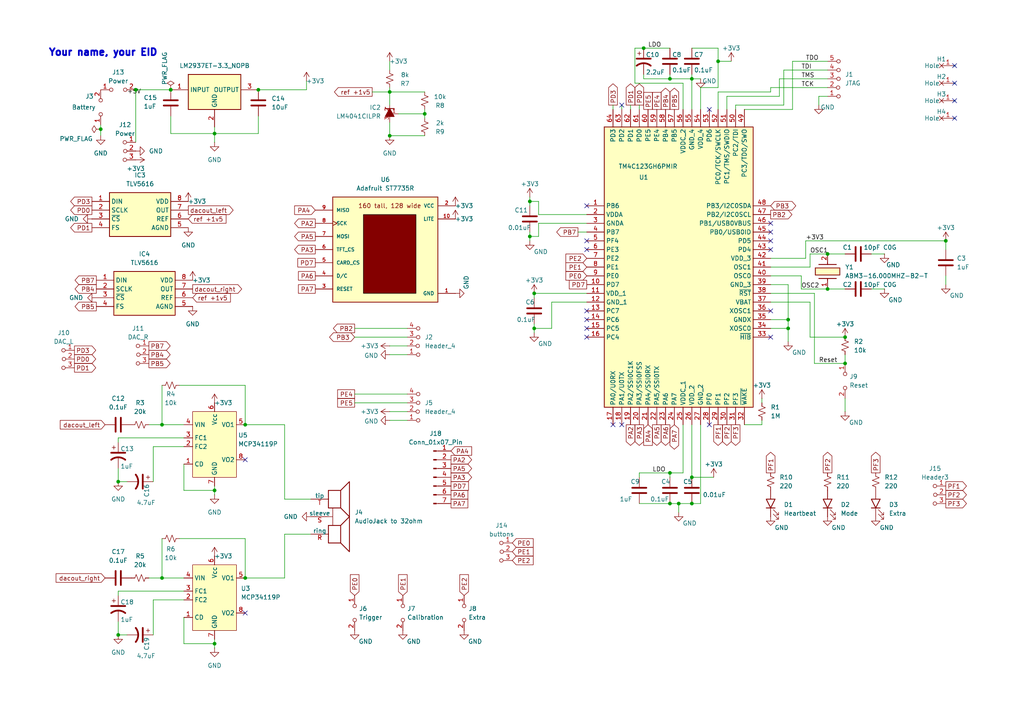
<source format=kicad_sch>
(kicad_sch (version 20231120) (generator "eeschema") (generator_version "8.0")
  (paper "A4")
  (title_block (title "ECE 445L Lab6 Project") (date "2024-02-27") (rev "v1.0.1") (company "The University of Texas at Austin"))
  (junction (at 200.66 22.86))
  (junction (at 274.32 69.85))
  (junction (at 34.29 184.15))
  (junction (at 74.93 26.035))
  (junction (at 62.23 142.24))
  (junction (at 62.23 186.69))
  (junction (at 123.19 33.02))
  (junction (at 62.23 38.735))
  (junction (at 240.03 73.66))
  (junction (at 46.99 123.19))
  (junction (at 196.85 146.05))
  (junction (at 49.5057 26.035))
  (junction (at 186.69 13.97))
  (junction (at 194.31 146.05))
  (junction (at 154.94 95.25))
  (junction (at 71.12 123.19))
  (junction (at 194.31 137.16))
  (junction (at 153.67 58.42))
  (junction (at 113.03 39.37))
  (junction (at 34.29 139.7))
  (junction (at 200.66 138.43))
  (junction (at 228.6 95.25))
  (junction (at 46.99 167.64))
  (junction (at 208.28 17.78))
  (junction (at 228.6 92.71))
  (junction (at 113.03 26.67))
  (junction (at 154.94 85.09))
  (junction (at 245.11 105.41))
  (junction (at 29.21 37.465))
  (junction (at 240.03 83.82))
  (junction (at 245.11 97.79))
  (junction (at 153.67 68.58))
  (junction (at 200.66 146.05))
  (junction (at 71.12 167.64))
  (junction (at 194.31 22.86))
  (junction (at 39.37 26.035))
  (junction (at 49.53 26.035))
  (no_connect (at 223.52 64.77))
  (no_connect (at 205.74 123.19))
  (no_connect (at 71.12 177.8))
  (no_connect (at 223.52 97.79))
  (no_connect (at 71.12 133.35))
  (no_connect (at 170.18 95.25))
  (no_connect (at 205.74 31.75))
  (no_connect (at 180.34 30.48))
  (no_connect (at 276.86 24.13))
  (no_connect (at 170.18 59.69))
  (no_connect (at 170.18 69.85))
  (no_connect (at 180.34 123.19))
  (no_connect (at 276.86 19.05))
  (no_connect (at 276.86 34.29))
  (no_connect (at 170.18 72.39))
  (no_connect (at 223.52 67.31))
  (no_connect (at 170.18 92.71))
  (no_connect (at 170.18 90.17))
  (no_connect (at 276.86 29.21))
  (no_connect (at 223.52 69.85))
  (no_connect (at 223.52 72.39))
  (no_connect (at 223.52 90.17))
  (no_connect (at 170.18 97.79))
  (no_connect (at 177.8 123.19))
  (wire (pts (xy 52.07 111.76) (xy 71.12 111.76)))
  (wire (pts (xy 208.28 13.97) (xy 200.66 13.97)))
  (wire (pts (xy 203.2 25.4) (xy 208.28 25.4)))
  (wire (pts (xy 123.19 33.02) (xy 123.19 34.29)))
  (wire (pts (xy 274.32 80.01) (xy 274.32 82.55)))
  (wire (pts (xy 113.03 121.92) (xy 118.11 121.92)))
  (wire (pts (xy 232.41 83.82) (xy 240.03 83.82)))
  (wire (pts (xy 185.42 137.16) (xy 194.31 137.16)))
  (wire (pts (xy 240.03 83.82) (xy 245.11 83.82)))
  (wire (pts (xy 53.34 179.07) (xy 53.34 186.69)))
  (wire (pts (xy 220.98 115.57) (xy 220.98 116.84)))
  (wire (pts (xy 154.94 93.98) (xy 154.94 95.25)))
  (wire (pts (xy 200.66 123.19) (xy 200.66 138.43)))
  (wire (pts (xy 245.11 115.57) (xy 245.11 119.38)))
  (wire (pts (xy 212.09 17.78) (xy 208.28 17.78)))
  (wire (pts (xy 182.88 30.48) (xy 182.88 31.75)))
  (wire (pts (xy 46.99 156.21) (xy 46.99 167.64)))
  (wire (pts (xy 113.03 102.87) (xy 118.11 102.87)))
  (wire (pts (xy 208.28 17.78) (xy 208.28 25.4)))
  (wire (pts (xy 102.87 95.25) (xy 118.11 95.25)))
  (wire (pts (xy 82.55 144.78) (xy 90.17 144.78)))
  (wire (pts (xy 71.12 167.64) (xy 82.55 167.64)))
  (wire (pts (xy 62.23 186.69) (xy 62.23 185.42)))
  (wire (pts (xy 223.52 80.01) (xy 232.41 80.01)))
  (wire (pts (xy 53.34 127) (xy 34.29 127)))
  (wire (pts (xy 274.32 69.85) (xy 274.32 72.39)))
  (wire (pts (xy 227.33 30.48) (xy 227.33 20.32)))
  (wire (pts (xy 208.28 26.67) (xy 223.52 26.67)))
  (wire (pts (xy 194.31 146.05) (xy 196.85 146.05)))
  (wire (pts (xy 203.2 123.19) (xy 203.2 146.05)))
  (wire (pts (xy 62.23 142.24) (xy 62.23 140.97)))
  (wire (pts (xy 194.31 22.86) (xy 200.66 22.86)))
  (wire (pts (xy 102.87 116.84) (xy 118.11 116.84)))
  (wire (pts (xy 200.66 146.05) (xy 196.85 146.05)))
  (wire (pts (xy 53.34 134.62) (xy 53.34 142.24)))
  (wire (pts (xy 62.23 36.83) (xy 62.23 38.735)))
  (wire (pts (xy 203.2 146.05) (xy 200.66 146.05)))
  (wire (pts (xy 229.87 31.75) (xy 229.87 17.78)))
  (wire (pts (xy 194.31 137.16) (xy 194.31 138.43)))
  (wire (pts (xy 49.53 33.655) (xy 49.53 38.735)))
  (wire (pts (xy 200.66 22.86) (xy 200.66 31.75)))
  (wire (pts (xy 29.21 37.465) (xy 29.21 39.37)))
  (wire (pts (xy 160.02 87.63) (xy 160.02 95.25)))
  (wire (pts (xy 53.34 171.45) (xy 34.29 171.45)))
  (wire (pts (xy 196.85 146.05) (xy 196.85 148.59)))
  (wire (pts (xy 39.37 26.035) (xy 49.5057 26.035)))
  (wire (pts (xy 49.5057 26.035) (xy 49.53 26.035)))
  (wire (pts (xy 233.68 69.85) (xy 274.32 69.85)))
  (wire (pts (xy 228.6 95.25) (xy 228.6 99.06)))
  (wire (pts (xy 88.9 26.035) (xy 74.93 26.035)))
  (wire (pts (xy 252.73 73.66) (xy 256.54 73.66)))
  (wire (pts (xy 223.52 74.93) (xy 233.68 74.93)))
  (wire (pts (xy 62.23 187.96) (xy 62.23 186.69)))
  (wire (pts (xy 208.28 13.97) (xy 208.28 17.78)))
  (wire (pts (xy 200.66 21.59) (xy 200.66 22.86)))
  (wire (pts (xy 234.95 73.66) (xy 240.03 73.66)))
  (wire (pts (xy 226.06 27.94) (xy 226.06 22.86)))
  (wire (pts (xy 82.55 123.19) (xy 82.55 144.78)))
  (wire (pts (xy 198.12 123.19) (xy 198.12 137.16)))
  (wire (pts (xy 223.52 77.47) (xy 234.95 77.47)))
  (wire (pts (xy 177.8 30.48) (xy 177.8 31.75)))
  (wire (pts (xy 186.69 13.97) (xy 194.31 13.97)))
  (wire (pts (xy 113.03 26.67) (xy 123.19 26.67)))
  (wire (pts (xy 39.37 26.035) (xy 39.37 41.275)))
  (wire (pts (xy 44.45 139.7) (xy 44.45 129.54)))
  (wire (pts (xy 154.94 85.09) (xy 154.94 86.36)))
  (wire (pts (xy 198.12 137.16) (xy 194.31 137.16)))
  (wire (pts (xy 43.18 167.64) (xy 46.99 167.64)))
  (wire (pts (xy 234.95 97.79) (xy 245.11 97.79)))
  (wire (pts (xy 102.87 114.3) (xy 118.11 114.3)))
  (wire (pts (xy 82.55 154.94) (xy 90.17 154.94)))
  (wire (pts (xy 167.64 67.31) (xy 170.18 67.31)))
  (wire (pts (xy 34.29 139.7) (xy 36.83 139.7)))
  (wire (pts (xy 223.52 85.09) (xy 236.22 85.09)))
  (wire (pts (xy 29.21 36.195) (xy 29.21 37.465)))
  (wire (pts (xy 53.34 186.69) (xy 62.23 186.69)))
  (wire (pts (xy 153.67 58.42) (xy 156.21 58.42)))
  (wire (pts (xy 34.29 135.89) (xy 34.29 139.7)))
  (wire (pts (xy 223.52 26.67) (xy 223.52 25.4)))
  (wire (pts (xy 223.52 87.63) (xy 234.95 87.63)))
  (wire (pts (xy 170.18 87.63) (xy 160.02 87.63)))
  (wire (pts (xy 113.03 35.56) (xy 113.03 39.37)))
  (wire (pts (xy 156.21 64.77) (xy 156.21 68.58)))
  (wire (pts (xy 160.02 95.25) (xy 154.94 95.25)))
  (wire (pts (xy 123.19 31.75) (xy 123.19 33.02)))
  (wire (pts (xy 62.23 38.735) (xy 74.93 38.735)))
  (wire (pts (xy 71.12 123.19) (xy 82.55 123.19)))
  (wire (pts (xy 62.23 143.51) (xy 62.23 142.24)))
  (wire (pts (xy 113.03 17.78) (xy 113.03 20.32)))
  (wire (pts (xy 198.12 31.75) (xy 198.12 24.13)))
  (wire (pts (xy 71.12 156.21) (xy 71.12 167.64)))
  (wire (pts (xy 156.21 68.58) (xy 153.67 68.58)))
  (wire (pts (xy 184.15 24.13) (xy 184.15 13.97)))
  (wire (pts (xy 210.82 31.75) (xy 210.82 27.94)))
  (wire (pts (xy 53.34 142.24) (xy 62.23 142.24)))
  (wire (pts (xy 46.99 167.64) (xy 53.34 167.64)))
  (wire (pts (xy 170.18 64.77) (xy 156.21 64.77)))
  (wire (pts (xy 215.9 31.75) (xy 229.87 31.75)))
  (wire (pts (xy 228.6 92.71) (xy 228.6 95.25)))
  (wire (pts (xy 113.03 26.67) (xy 113.03 30.48)))
  (wire (pts (xy 34.29 127) (xy 34.29 128.27)))
  (wire (pts (xy 194.31 21.59) (xy 194.31 22.86)))
  (wire (pts (xy 233.68 74.93) (xy 233.68 69.85)))
  (wire (pts (xy 49.53 38.735) (xy 62.23 38.735)))
  (wire (pts (xy 223.52 92.71) (xy 228.6 92.71)))
  (wire (pts (xy 156.21 62.23) (xy 170.18 62.23)))
  (wire (pts (xy 153.67 68.58) (xy 153.67 69.85)))
  (wire (pts (xy 113.03 25.4) (xy 113.03 26.67)))
  (wire (pts (xy 34.29 184.15) (xy 36.83 184.15)))
  (wire (pts (xy 184.15 13.97) (xy 186.69 13.97)))
  (wire (pts (xy 213.36 31.75) (xy 213.36 30.48)))
  (wire (pts (xy 46.99 123.19) (xy 53.34 123.19)))
  (wire (pts (xy 228.6 82.55) (xy 228.6 92.71)))
  (wire (pts (xy 200.66 22.86) (xy 203.2 22.86)))
  (wire (pts (xy 208.28 31.75) (xy 208.28 26.67)))
  (wire (pts (xy 82.55 167.64) (xy 82.55 154.94)))
  (wire (pts (xy 223.52 95.25) (xy 228.6 95.25)))
  (wire (pts (xy 113.03 119.38) (xy 118.11 119.38)))
  (wire (pts (xy 213.36 30.48) (xy 227.33 30.48)))
  (wire (pts (xy 215.9 123.19) (xy 220.98 123.19)))
  (wire (pts (xy 229.87 17.78) (xy 240.03 17.78)))
  (wire (pts (xy 62.23 41.275) (xy 62.23 38.735)))
  (wire (pts (xy 220.98 123.19) (xy 220.98 121.92)))
  (wire (pts (xy 74.93 38.735) (xy 74.93 33.655)))
  (wire (pts (xy 180.34 30.48) (xy 180.34 31.75)))
  (wire (pts (xy 115.57 33.02) (xy 123.19 33.02)))
  (wire (pts (xy 107.95 26.67) (xy 113.03 26.67)))
  (wire (pts (xy 203.2 31.75) (xy 203.2 25.4)))
  (wire (pts (xy 153.67 58.42) (xy 153.67 59.69)))
  (wire (pts (xy 245.11 102.87) (xy 245.11 105.41)))
  (wire (pts (xy 198.12 24.13) (xy 184.15 24.13)))
  (wire (pts (xy 186.69 22.86) (xy 194.31 22.86)))
  (wire (pts (xy 153.67 67.31) (xy 153.67 68.58)))
  (wire (pts (xy 234.95 87.63) (xy 234.95 97.79)))
  (wire (pts (xy 154.94 95.25) (xy 154.94 96.52)))
  (wire (pts (xy 185.42 30.48) (xy 185.42 31.75)))
  (wire (pts (xy 240.03 73.66) (xy 245.11 73.66)))
  (wire (pts (xy 88.9 23.495) (xy 88.9 26.035)))
  (wire (pts (xy 227.33 20.32) (xy 240.03 20.32)))
  (wire (pts (xy 153.67 57.15) (xy 153.67 58.42)))
  (wire (pts (xy 240.03 27.94) (xy 237.49 27.94)))
  (wire (pts (xy 185.42 138.43) (xy 185.42 137.16)))
  (wire (pts (xy 44.45 184.15) (xy 44.45 173.99)))
  (wire (pts (xy 236.22 85.09) (xy 236.22 105.41)))
  (wire (pts (xy 170.18 85.09) (xy 154.94 85.09)))
  (wire (pts (xy 52.07 156.21) (xy 71.12 156.21)))
  (wire (pts (xy 200.66 138.43) (xy 207.01 138.43)))
  (wire (pts (xy 156.21 62.23) (xy 156.21 58.42)))
  (wire (pts (xy 34.29 180.34) (xy 34.29 184.15)))
  (wire (pts (xy 234.95 77.47) (xy 234.95 73.66)))
  (wire (pts (xy 232.41 80.01) (xy 232.41 83.82)))
  (wire (pts (xy 210.82 27.94) (xy 226.06 27.94)))
  (wire (pts (xy 34.29 171.45) (xy 34.29 172.72)))
  (wire (pts (xy 226.06 22.86) (xy 240.03 22.86)))
  (wire (pts (xy 223.52 82.55) (xy 228.6 82.55)))
  (wire (pts (xy 44.45 173.99) (xy 53.34 173.99)))
  (wire (pts (xy 46.99 111.76) (xy 46.99 123.19)))
  (wire (pts (xy 71.12 111.76) (xy 71.12 123.19)))
  (wire (pts (xy 113.03 39.37) (xy 123.19 39.37)))
  (wire (pts (xy 102.87 97.79) (xy 118.11 97.79)))
  (wire (pts (xy 185.42 146.05) (xy 194.31 146.05)))
  (wire (pts (xy 43.18 123.19) (xy 46.99 123.19)))
  (wire (pts (xy 113.03 100.33) (xy 118.11 100.33)))
  (wire (pts (xy 44.45 129.54) (xy 53.34 129.54)))
  (wire (pts (xy 252.73 83.82) (xy 256.54 83.82)))
  (wire (pts (xy 186.69 21.59) (xy 186.69 22.86)))
  (wire (pts (xy 236.22 105.41) (xy 245.11 105.41)))
  (wire (pts (xy 237.49 27.94) (xy 237.49 30.48)))
  (wire (pts (xy 223.52 25.4) (xy 240.03 25.4)))
  (text "Your name, your EID" (at 13.97 16.51 0) (effects (font (size 2 2) (thickness 0.6) (bold yes)) (justify left bottom)))
  (label "OSC2" (at 232.41 83.82 0))
  (label "TCK" (at 232.41 25.4 0))
  (label "+5V" (at 40.932 26.035 180))
  (label "TDI" (at 232.41 20.32 0))
  (label "LDO" (at 189.23 137.16 0))
  (label "TDO" (at 233.68 17.78 0))
  (label "TMS" (at 232.41 22.86 0))
  (label "LDO" (at 187.96 13.97 0))
  (label "OSC1" (at 234.95 73.66 0))
  (label "Reset" (at 237.49 105.41 0))
  (label "+3V3" (at 233.68 69.85 0))
  (global_label "dacout_left" (shape output) (at 54.61 60.96 0) (property "Intersheetrefs" "${INTERSHEET_REFS}" (effects (hide yes))))
  (global_label "PA3" (shape output) (at 91.44 72.39 180) (property "Intersheetrefs" "${INTERSHEET_REFS}" (effects (hide yes))))
  (global_label "PA7" (shape bidirectional) (at 195.58 123.19 270) (property "Intersheetrefs" "${INTERSHEET_REFS}" (effects (hide yes))))
  (global_label "PE0" (shape input) (at 102.87 172.72 90) (property "Intersheetrefs" "${INTERSHEET_REFS}" (effects (hide yes))))
  (global_label "PD0" (shape output) (at 21.59 104.14 0) (property "Intersheetrefs" "${INTERSHEET_REFS}" (effects (hide yes))))
  (global_label "PB7" (shape output) (at 43.18 100.33 0) (property "Intersheetrefs" "${INTERSHEET_REFS}" (effects (hide yes))))
  (global_label "PA4" (shape input) (at 187.96 123.19 270) (property "Intersheetrefs" "${INTERSHEET_REFS}" (effects (hide yes))))
  (global_label "PF1" (shape output) (at 208.28 123.19 270) (property "Intersheetrefs" "${INTERSHEET_REFS}" (effects (hide yes))))
  (global_label "PD3" (shape output) (at 177.8 30.48 90) (property "Intersheetrefs" "${INTERSHEET_REFS}" (effects (hide yes))))
  (global_label "PA5" (shape output) (at 130.81 135.89 0) (property "Intersheetrefs" "${INTERSHEET_REFS}" (effects (hide yes))))
  (global_label "ref +1v5" (shape input) (at 55.88 86.36 0) (property "Intersheetrefs" "${INTERSHEET_REFS}" (effects (hide yes))))
  (global_label "PF3" (shape output) (at 254 137.16 90) (property "Intersheetrefs" "${INTERSHEET_REFS}" (effects (hide yes))))
  (global_label "PA6" (shape passive) (at 91.44 80.01 180) (property "Intersheetrefs" "${INTERSHEET_REFS}" (effects (hide yes))))
  (global_label "PD1" (shape output) (at 21.59 106.68 0) (property "Intersheetrefs" "${INTERSHEET_REFS}" (effects (hide yes))))
  (global_label "PE1" (shape input) (at 116.84 172.72 90) (property "Intersheetrefs" "${INTERSHEET_REFS}" (effects (hide yes))))
  (global_label "PE5" (shape passive) (at 187.96 31.75 90) (property "Intersheetrefs" "${INTERSHEET_REFS}" (effects (hide yes))))
  (global_label "dacout_left" (shape input) (at 30.48 123.19 180) (property "Intersheetrefs" "${INTERSHEET_REFS}" (effects (hide yes))))
  (global_label "PB5" (shape output) (at 27.94 88.9 180) (property "Intersheetrefs" "${INTERSHEET_REFS}" (effects (hide yes))))
  (global_label "PB4" (shape output) (at 193.04 31.75 90) (property "Intersheetrefs" "${INTERSHEET_REFS}" (effects (hide yes))))
  (global_label "PA3" (shape output) (at 185.42 123.19 270) (property "Intersheetrefs" "${INTERSHEET_REFS}" (effects (hide yes))))
  (global_label "PA2" (shape output) (at 182.88 123.19 270) (property "Intersheetrefs" "${INTERSHEET_REFS}" (effects (hide yes))))
  (global_label "PB2" (shape output) (at 223.52 62.23 0) (property "Intersheetrefs" "${INTERSHEET_REFS}" (effects (hide yes))))
  (global_label "PF1" (shape output) (at 274.32 140.97 0) (property "Intersheetrefs" "${INTERSHEET_REFS}" (effects (hide yes))))
  (global_label "PB5" (shape output) (at 195.58 31.75 90) (property "Intersheetrefs" "${INTERSHEET_REFS}" (effects (hide yes))))
  (global_label "PB4" (shape output) (at 43.18 102.87 0) (property "Intersheetrefs" "${INTERSHEET_REFS}" (effects (hide yes))))
  (global_label "PB5" (shape output) (at 43.18 105.41 0) (property "Intersheetrefs" "${INTERSHEET_REFS}" (effects (hide yes))))
  (global_label "PA7" (shape passive) (at 130.81 146.05 0) (property "Intersheetrefs" "${INTERSHEET_REFS}" (effects (hide yes))))
  (global_label "PB3" (shape bidirectional) (at 102.87 97.79 180) (property "Intersheetrefs" "${INTERSHEET_REFS}" (effects (hide yes))))
  (global_label "PF3" (shape output) (at 274.32 146.05 0) (property "Intersheetrefs" "${INTERSHEET_REFS}" (effects (hide yes))))
  (global_label "PD0" (shape output) (at 185.42 30.48 90) (property "Intersheetrefs" "${INTERSHEET_REFS}" (effects (hide yes))))
  (global_label "PD0" (shape output) (at 26.67 60.96 180) (property "Intersheetrefs" "${INTERSHEET_REFS}" (effects (hide yes))))
  (global_label "PA5" (shape output) (at 91.44 68.58 180) (property "Intersheetrefs" "${INTERSHEET_REFS}" (effects (hide yes))))
  (global_label "PE1" (shape input) (at 148.59 160.02 0) (property "Intersheetrefs" "${INTERSHEET_REFS}" (effects (hide yes))))
  (global_label "PD7" (shape passive) (at 130.81 140.97 0) (property "Intersheetrefs" "${INTERSHEET_REFS}" (effects (hide yes))))
  (global_label "PB2" (shape output) (at 102.87 95.25 180) (property "Intersheetrefs" "${INTERSHEET_REFS}" (effects (hide yes))))
  (global_label "PA6" (shape output) (at 193.04 123.19 270) (property "Intersheetrefs" "${INTERSHEET_REFS}" (effects (hide yes))))
  (global_label "PE4" (shape passive) (at 102.87 114.3 180) (property "Intersheetrefs" "${INTERSHEET_REFS}" (effects (hide yes))))
  (global_label "PD1" (shape output) (at 182.88 30.48 90) (property "Intersheetrefs" "${INTERSHEET_REFS}" (effects (hide yes))))
  (global_label "PA6" (shape passive) (at 130.81 143.51 0) (property "Intersheetrefs" "${INTERSHEET_REFS}" (effects (hide yes))))
  (global_label "PA4" (shape input) (at 91.44 60.96 180) (property "Intersheetrefs" "${INTERSHEET_REFS}" (effects (hide yes))))
  (global_label "PF3" (shape output) (at 213.36 123.19 270) (property "Intersheetrefs" "${INTERSHEET_REFS}" (effects (hide yes))))
  (global_label "PE5" (shape passive) (at 102.87 116.84 180) (property "Intersheetrefs" "${INTERSHEET_REFS}" (effects (hide yes))))
  (global_label "PE0" (shape input) (at 170.18 80.01 180) (property "Intersheetrefs" "${INTERSHEET_REFS}" (effects (hide yes))))
  (global_label "PF2" (shape output) (at 274.32 143.51 0) (property "Intersheetrefs" "${INTERSHEET_REFS}" (effects (hide yes))))
  (global_label "PB3" (shape bidirectional) (at 223.52 59.69 0) (property "Intersheetrefs" "${INTERSHEET_REFS}" (effects (hide yes))))
  (global_label "PB4" (shape output) (at 27.94 83.82 180) (property "Intersheetrefs" "${INTERSHEET_REFS}" (effects (hide yes))))
  (global_label "dacout_right" (shape input) (at 30.48 167.64 180) (property "Intersheetrefs" "${INTERSHEET_REFS}" (effects (hide yes))))
  (global_label "PD7" (shape passive) (at 170.18 82.55 180) (property "Intersheetrefs" "${INTERSHEET_REFS}" (effects (hide yes))))
  (global_label "PD3" (shape output) (at 21.59 101.6 0) (property "Intersheetrefs" "${INTERSHEET_REFS}" (effects (hide yes))))
  (global_label "PF2" (shape output) (at 240.03 137.16 90) (property "Intersheetrefs" "${INTERSHEET_REFS}" (effects (hide yes))))
  (global_label "PE2" (shape input) (at 148.59 162.56 0) (property "Intersheetrefs" "${INTERSHEET_REFS}" (effects (hide yes))))
  (global_label "PE1" (shape input) (at 170.18 77.47 180) (property "Intersheetrefs" "${INTERSHEET_REFS}" (effects (hide yes))))
  (global_label "PB7" (shape output) (at 167.64 67.31 180) (property "Intersheetrefs" "${INTERSHEET_REFS}" (effects (hide yes))))
  (global_label "PA3" (shape output) (at 130.81 138.43 0) (property "Intersheetrefs" "${INTERSHEET_REFS}" (effects (hide yes))))
  (global_label "PA7" (shape passive) (at 91.44 83.82 180) (property "Intersheetrefs" "${INTERSHEET_REFS}" (effects (hide yes))))
  (global_label "PF1" (shape output) (at 223.52 137.16 90) (property "Intersheetrefs" "${INTERSHEET_REFS}" (effects (hide yes))))
  (global_label "PD7" (shape passive) (at 91.44 76.2 180) (property "Intersheetrefs" "${INTERSHEET_REFS}" (effects (hide yes))))
  (global_label "PE4" (shape passive) (at 190.5 31.75 90) (property "Intersheetrefs" "${INTERSHEET_REFS}" (effects (hide yes))))
  (global_label "PB7" (shape output) (at 27.94 81.28 180) (property "Intersheetrefs" "${INTERSHEET_REFS}" (effects (hide yes))))
  (global_label "PE2" (shape input) (at 170.18 74.93 180) (property "Intersheetrefs" "${INTERSHEET_REFS}" (effects (hide yes))))
  (global_label "PA2" (shape output) (at 91.44 64.77 180) (property "Intersheetrefs" "${INTERSHEET_REFS}" (effects (hide yes))))
  (global_label "PE2" (shape input) (at 134.62 172.72 90) (property "Intersheetrefs" "${INTERSHEET_REFS}" (effects (hide yes))))
  (global_label "PA5" (shape output) (at 190.5 123.19 270) (property "Intersheetrefs" "${INTERSHEET_REFS}" (effects (hide yes))))
  (global_label "PE0" (shape input) (at 148.59 157.48 0) (property "Intersheetrefs" "${INTERSHEET_REFS}" (effects (hide yes))))
  (global_label "ref +1v5" (shape input) (at 54.61 63.5 0) (property "Intersheetrefs" "${INTERSHEET_REFS}" (effects (hide yes))))
  (global_label "PF2" (shape output) (at 210.82 123.19 270) (property "Intersheetrefs" "${INTERSHEET_REFS}" (effects (hide yes))))
  (global_label "PA4" (shape input) (at 130.81 130.81 0) (property "Intersheetrefs" "${INTERSHEET_REFS}" (effects (hide yes))))
  (global_label "ref +1v5" (shape output) (at 107.95 26.67 180) (property "Intersheetrefs" "${INTERSHEET_REFS}" (effects (hide yes))))
  (global_label "PD3" (shape output) (at 26.67 58.42 180) (property "Intersheetrefs" "${INTERSHEET_REFS}" (effects (hide yes))))
  (global_label "PA2" (shape output) (at 130.81 133.35 0) (property "Intersheetrefs" "${INTERSHEET_REFS}" (effects (hide yes))))
  (global_label "dacout_right" (shape output) (at 55.88 83.82 0) (property "Intersheetrefs" "${INTERSHEET_REFS}" (effects (hide yes))))
  (global_label "PD1" (shape output) (at 26.67 66.04 180) (property "Intersheetrefs" "${INTERSHEET_REFS}" (effects (hide yes))))
  (symbol (lib_id "power:GND") (at 203.2 22.86 0) (unit 1)
    (property "Reference" "#PWR015" (effects (hide yes)))
    (property "Value" "GND" (at 205.74 23.495 0))
    (property "Description" "Power symbol creates a global label with name \"GND\" , ground" (effects (hide yes)))
  )
  (symbol (lib_id "ECE445L:C") (at 154.94 90.17 0) (unit 1)
    (property "Reference" "C6" (at 152.4 87.63 0) (effects (justify left)))
    (property "Value" "0.1uF" (at 149.86 92.71 0) (effects (justify left)))
    (property "Footprint" "ECE445L:C_Axial_200mil" (effects (hide yes)))
    (property "Description" "Unpolarized capacitor" (effects (hide yes)))
  )
  (symbol (lib_id "power:GND") (at 196.85 148.59 0) (unit 1)
    (property "Reference" "#PWR012" (effects (hide yes)))
    (property "Value" "GND" (at 200.025 151.765 0))
    (property "Description" "Power symbol creates a global label with name \"GND\" , ground" (effects (hide yes)))
  )
  (symbol (lib_id "ECE445L:C") (at 200.66 17.78 0) (unit 1)
    (property "Reference" "C7" (at 201.295 15.875 0) (effects (justify left)))
    (property "Value" "0.1uF" (at 201.295 20.32 0) (effects (justify left)))
    (property "Footprint" "ECE445L:C_Axial_200mil" (effects (hide yes)))
    (property "Description" "Unpolarized capacitor" (effects (hide yes)))
  )
  (symbol (lib_id "power:GND") (at 113.03 102.87 270) (unit 1)
    (property "Reference" "#PWR043" (effects (hide yes)))
    (property "Value" "GND" (at 107.696 103.124 90))
    (property "Description" "Power symbol creates a global label with name \"GND\" , ground" (effects (hide yes)))
  )
  (symbol (lib_id "ECE445L:R_0.125W") (at 245.11 100.33 0) (unit 1)
    (property "Reference" "R2" (at 247.65 99.06 0) (effects (justify left)))
    (property "Value" "10k" (at 247.65 101.6 0) (effects (justify left)))
    (property "Footprint" "Resistor_THT:R_Axial_DIN0204_L3.6mm_D1.6mm_P5.08mm_Horizontal" (effects (hide yes)))
    (property "Datasheet" "https://users.ece.utexas.edu/~valvano/mspm0/CarbonFilmresistors.pdf" (effects (hide yes)))
    (property "Description" "Resistor, small US symbol" (effects (hide yes)))
  )
  (symbol (lib_id "ECE445L:C_Polarized") (at 34.29 176.53 0) (unit 1)
    (property "Reference" "C18" (at 34.925 174.625 0) (effects (justify left)))
    (property "Value" "1uF" (at 34.925 179.705 0) (effects (justify left)))
    (property "Footprint" "ECE445L:C_Axial_200mil" (effects (hide yes)))
    (property "Description" "Polarized capacitor, US symbol" (effects (hide yes)))
  )
  (symbol (lib_id "power:GND") (at 55.88 88.9 0) (unit 1)
    (property "Reference" "#PWR022" (effects (hide yes)))
    (property "Value" "GND" (at 55.88 93.98 0))
    (property "Description" "Power symbol creates a global label with name \"GND\" , ground" (effects (hide yes)))
  )
  (symbol (lib_id "ECE445L:HeadphoneJack") (at 97.79 143.51 0) (unit 1)
    (property "Reference" "J4" (at 102.87 148.5899 0) (effects (justify left)))
    (property "Value" "AudioJack to 32ohm" (at 102.87 151.1299 0) (effects (justify left)))
    (property "Footprint" "ECE445L:Jack_3.5mm_CUI_SJ1-3523N_Horizontal" (effects (hide yes)))
    (property "Description" "Speaker" (effects (hide yes)))
  )
  (symbol (lib_id "ECE445L:Header_2") (at 245.11 110.49 270) (unit 1)
    (property "Reference" "J9" (at 246.38 109.2199 90) (effects (justify left)))
    (property "Value" "Reset" (at 246.38 111.7599 90) (effects (justify left)))
    (property "Footprint" "ECE445L:PinHeader_1x02_P2.54mm_Vertical" (effects (hide yes)))
    (property "Description" "Header, 2-pole" (effects (hide yes)))
  )
  (symbol (lib_id "power:+3V3") (at 220.98 115.57 0) (unit 1)
    (property "Reference" "#PWR03" (effects (hide yes)))
    (property "Value" "+3V3" (at 220.98 111.76 0))
    (property "Description" "Power symbol creates a global label with name \"+3V3\"" (effects (hide yes)))
  )
  (symbol (lib_id "ECE445L:Header_3") (at 34.29 43.815 0) (unit 1)
    (property "Reference" "J12" (at 36.2585 36.195 0))
    (property "Value" "Power" (at 36.2585 38.735 0))
    (property "Footprint" "ECE445L:PinHeader_1x03_P2.54mm_Vertical" (effects (hide yes)))
    (property "Description" "Header, 3-pin" (effects (hide yes)))
  )
  (symbol (lib_id "ECE445L:C") (at 49.53 29.845 0) (unit 1)
    (property "Reference" "C15" (at 41.656 28.321 0) (effects (justify left)))
    (property "Value" "1uF" (at 41.656 30.861 0) (effects (justify left)))
    (property "Footprint" "ECE445L:C_Axial_200mil" (effects (hide yes)))
    (property "Description" "Unpolarized capacitor" (effects (hide yes)))
  )
  (symbol (lib_id "ECE445L:LED") (at 255.27 146.05 0) (unit 1)
    (property "Reference" "D3" (at 257.81 146.3674 0) (effects (justify left)))
    (property "Value" "Extra" (at 257.81 148.9074 0) (effects (justify left)))
    (property "Footprint" "ECE445L:LED_D5.0mm" (effects (hide yes)))
    (property "Datasheet" "https://users.ece.utexas.edu/~valvano/mspm0/HLMP-4700.pdf" (effects (hide yes)))
    (property "Description" "Light emitting diode" (effects (hide yes)))
  )
  (symbol (lib_id "ECE445L:R_0.125W") (at 40.64 123.19 90) (unit 1)
    (property "Reference" "R3" (at 40.64 116.84 90))
    (property "Value" "20k" (at 40.64 119.38 90))
    (property "Footprint" "Resistor_THT:R_Axial_DIN0204_L3.6mm_D1.6mm_P5.08mm_Horizontal" (effects (hide yes)))
    (property "Datasheet" "https://users.ece.utexas.edu/~valvano/mspm0/CarbonFilmresistors.pdf" (effects (hide yes)))
    (property "Description" "Resistor, small US symbol" (effects (hide yes)))
  )
  (symbol (lib_id "ECE445L:C") (at 185.42 142.24 0) (unit 1)
    (property "Reference" "C9" (at 182.88 139.7 0) (effects (justify left)))
    (property "Value" "1uF" (at 179.705 144.78 0) (effects (justify left)))
    (property "Footprint" "ECE445L:C_Axial_200mil" (effects (hide yes)))
    (property "Description" "Unpolarized capacitor" (effects (hide yes)))
  )
  (symbol (lib_id "power:GND") (at 116.84 182.88 0) (unit 1)
    (property "Reference" "#PWR026" (effects (hide yes)))
    (property "Value" "GND" (at 120.015 186.055 0))
    (property "Description" "Power symbol creates a global label with name \"GND\" , ground" (effects (hide yes)))
  )
  (symbol (lib_id "power:+3V3") (at 245.11 97.79 0) (unit 1)
    (property "Reference" "#PWR05" (effects (hide yes)))
    (property "Value" "+3V3" (at 245.11 93.98 0))
    (property "Description" "Power symbol creates a global label with name \"+3V3\"" (effects (hide yes)))
  )
  (symbol (lib_id "power:GND") (at 256.54 73.66 0) (unit 1)
    (property "Reference" "#PWR02" (effects (hide yes)))
    (property "Value" "GND" (at 259.08 76.835 0))
    (property "Description" "Power symbol creates a global label with name \"GND\" , ground" (effects (hide yes)))
  )
  (symbol (lib_id "ECE445L:C") (at 153.67 63.5 0) (unit 1)
    (property "Reference" "C11" (at 149.225 60.96 0) (effects (justify left)))
    (property "Value" "0.01uF" (at 147.32 66.04 0) (effects (justify left)))
    (property "Footprint" "ECE445L:C_Axial_200mil" (effects (hide yes)))
    (property "Description" "Unpolarized capacitor" (effects (hide yes)))
  )
  (symbol (lib_id "power:GND") (at 245.11 119.38 0) (unit 1)
    (property "Reference" "#PWR04" (effects (hide yes)))
    (property "Value" "GND" (at 248.285 122.555 0))
    (property "Description" "Power symbol creates a global label with name \"GND\" , ground" (effects (hide yes)))
  )
  (symbol (lib_id "ECE445L:LM4041CILPR") (at 113.03 33.02 0) (mirror y) (unit 1)
    (property "Reference" "IC2" (at 110.49 31.1784 0) (effects (justify left)))
    (property "Value" "LM4041CILPR" (at 110.49 33.7184 0) (effects (justify left)))
    (property "Footprint" "ECE445L:ti_LM4041CILPR" (effects (hide yes)))
    (property "Datasheet" "https://www.ti.com/general/docs/suppproductinfo.tsp?distId=26&gotoUrl=https://www.ti.com/lit/gpn/lm4041a12" (effects (hide yes)))
    (property "Distributor" "Mouser" (effects (hide yes)))
    (property "Manufacturer" "Texas Instruments" (effects (hide yes)))
    (property "P/N" "LM4041CILPR" (effects (hide yes)))
    (property "Cost" "0.78" (effects (hide yes)))
  )
  (symbol (lib_id "power:GND") (at 90.17 149.86 270) (unit 1)
    (property "Reference" "#PWR018" (effects (hide yes)))
    (property "Value" "GND" (at 86.36 149.8599 90) (effects (justify right)))
    (property "Description" "Power symbol creates a global label with name \"GND\" , ground" (effects (hide yes)))
  )
  (symbol (lib_id "power:+3V3") (at 113.03 100.33 90) (unit 1)
    (property "Reference" "#PWR042" (effects (hide yes)))
    (property "Value" "+3V3" (at 107.188 100.33 90))
    (property "Description" "Power symbol creates a global label with name \"+3V3\"" (effects (hide yes)))
  )
  (symbol (lib_id "ECE445L:R_0.125W") (at 49.53 111.76 90) (unit 1)
    (property "Reference" "R4" (at 49.53 114.3 90))
    (property "Value" "10k" (at 49.53 116.84 90))
    (property "Footprint" "Resistor_THT:R_Axial_DIN0204_L3.6mm_D1.6mm_P5.08mm_Horizontal" (effects (hide yes)))
    (property "Datasheet" "https://users.ece.utexas.edu/~valvano/mspm0/CarbonFilmresistors.pdf" (effects (hide yes)))
    (property "Description" "Resistor, small US symbol" (effects (hide yes)))
  )
  (symbol (lib_id "ECE445L:Header_2") (at 34.29 26.035 0) (unit 1)
    (property "Reference" "J13" (at 34.29 20.955 0))
    (property "Value" "Power" (at 34.29 23.495 0))
    (property "Footprint" "ECE445L:PinHeader_1x02_P2.54mm_Vertical" (effects (hide yes)))
    (property "Description" "Header, 2-pole" (effects (hide yes)))
  )
  (symbol (lib_id "power:GND") (at 153.67 69.85 0) (unit 1)
    (property "Reference" "#PWR016" (effects (hide yes)))
    (property "Value" "GND" (at 156.845 73.025 0))
    (property "Description" "Power symbol creates a global label with name \"GND\" , ground" (effects (hide yes)))
  )
  (symbol (lib_id "power:+3V3") (at 39.37 46.355 270) (unit 1)
    (property "Reference" "#PWR051" (effects (hide yes)))
    (property "Value" "+3V3" (at 39.37 48.895 90))
    (property "Description" "Power symbol creates a global label with name \"+3V3\"" (effects (hide yes)))
  )
  (symbol (lib_id "power:GND") (at 113.03 121.92 270) (unit 1)
    (property "Reference" "#PWR025" (effects (hide yes)))
    (property "Value" "GND" (at 107.696 122.174 90))
    (property "Description" "Power symbol creates a global label with name \"GND\" , ground" (effects (hide yes)))
  )
  (symbol (lib_id "ECE445L:MCP34119P") (at 62.23 128.27 0) (unit 1)
    (property "Reference" "U5" (at 69.088 126.238 0) (effects (justify left)))
    (property "Value" "MCP34119P" (at 69.088 128.778 0) (effects (justify left)))
    (property "Footprint" "ECE445L:DIP-8_W7.62mm_LongPads" (effects (hide yes)))
    (property "Datasheet" "https://users.ece.utexas.edu/~valvano/Datasheets/MC34119.pdf" (effects (hide yes)))
    (property "Distributor" "N/A" (effects (hide yes)))
    (property "Manufacturer" "Motorola" (effects (hide yes)))
    (property "P/N" "MC34119P" (effects (hide yes)))
    (property "Cost" "N/A" (effects (hide yes)))
  )
  (symbol (lib_id "ECE445L:C") (at 248.92 83.82 90) (unit 1)
    (property "Reference" "C2" (at 245.745 82.55 90))
    (property "Value" "10pF C0G" (at 255.27 82.55 90))
    (property "Footprint" "ECE445L:C_Axial_200mil" (effects (hide yes)))
    (property "Description" "Unpolarized capacitor" (effects (hide yes)))
  )
  (symbol (lib_id "ECE445L:C_Polarized") (at 40.64 139.7 270) (unit 1)
    (property "Reference" "C16" (at 42.545 140.335 0) (effects (justify left)))
    (property "Value" "4.7uF" (at 39.624 145.796 90) (effects (justify left)))
    (property "Footprint" "ECE445L:C_Axial_200mil" (effects (hide yes)))
    (property "Description" "Polarized capacitor, US symbol" (effects (hide yes)))
  )
  (symbol (lib_id "ECE445L:ABM3-16.000MHZ-B2-T") (at 240.03 83.82 90) (unit 1)
    (property "Reference" "Y1" (at 245.11 77.4699 90) (effects (justify right)))
    (property "Value" "ABM3-16.000MHZ-B2-T" (at 245.11 80.0099 90) (effects (justify right)))
    (property "Footprint" "ECE445L:ABM3" (effects (hide yes)))
    (property "Datasheet" "https://abracon.com/Resonators/abm3.pdf" (effects (hide yes)))
    (property "Description" "16 MHz +/-20ppm Crystal 18pF 40 Ohms 2-SMD, No Lead" (effects (hide yes)))
    (property "Height" "1.3" (effects (hide yes)))
    (property "Mouser Part Number" "815-ABM3-16-B2-T" (effects (hide yes)))
    (property "Mouser Price/Stock" "https://www.mouser.co.uk/ProductDetail/ABRACON/ABM3-16.000MHZ-B2-T?qs=H8AWquzS%2FlOF%252BStKHcxcSw%3D%3D" (effects (hide yes)))
    (property "Manufacturer_Name" "ABRACON" (effects (hide yes)))
    (property "Manufacturer_Part_Number" "ABM3-16.000MHZ-B2-T" (effects (hide yes)))
  )
  (symbol (lib_id "ECE445L:LM2937ET-3.3_NOPB") (at 49.53 24.13 0) (unit 1)
    (property "Reference" "IC1" (effects (hide yes)))
    (property "Value" "LM2937ET-3.3_NOPB" (at 62.23 19.05 0))
    (property "Footprint" "ECE445L:TO254P470X1028X1955-3P" (effects (hide yes)))
    (property "Datasheet" "http://www.ti.com/general/docs/suppproductinfo.tsp?distId=10&gotoUrl=http%3A%2F%2Fwww.ti.com%2Flit%2Fgpn%2Flm2937" (effects (hide yes)))
    (property "Description" "400mA and 500mA Voltage Regulator" (effects (hide yes)))
    (property "Height" "4.7" (effects (hide yes)))
    (property "Mouser Part Number" "926-LM2937ET-3.3NOPB" (effects (hide yes)))
    (property "Mouser Price/Stock" "https://www.mouser.co.uk/ProductDetail/Texas-Instruments/LM2937ET-3.3-NOPB?qs=X1J7HmVL2ZEMUke2IfNR4w%3D%3D" (effects (hide yes)))
    (property "Manufacturer_Name" "Texas Instruments" (effects (hide yes)))
    (property "Manufacturer_Part_Number" "LM2937ET-3.3/NOPB" (effects (hide yes)))
  )
  (symbol (lib_id "ECE445L:C_Polarized") (at 40.64 184.15 270) (unit 1)
    (property "Reference" "C19" (at 42.545 184.785 0) (effects (justify left)))
    (property "Value" "4.7uF" (at 39.624 190.246 90) (effects (justify left)))
    (property "Footprint" "ECE445L:C_Axial_200mil" (effects (hide yes)))
    (property "Description" "Polarized capacitor, US symbol" (effects (hide yes)))
  )
  (symbol (lib_id "ECE445L:R_0.125W") (at 254 139.7 0) (unit 1)
    (property "Reference" "R12" (at 256.54 138.43 0) (effects (justify left)))
    (property "Value" "220" (at 256.54 140.97 0) (effects (justify left)))
    (property "Footprint" "Resistor_THT:R_Axial_DIN0204_L3.6mm_D1.6mm_P5.08mm_Horizontal" (effects (hide yes)))
    (property "Datasheet" "https://users.ece.utexas.edu/~valvano/mspm0/CarbonFilmresistors.pdf" (effects (hide yes)))
    (property "Description" "Resistor, small US symbol" (effects (hide yes)))
  )
  (symbol (lib_id "power:+3V3") (at 207.01 138.43 0) (unit 1)
    (property "Reference" "#PWR010" (effects (hide yes)))
    (property "Value" "+3V3" (at 207.01 134.62 0))
    (property "Description" "Power symbol creates a global label with name \"+3V3\"" (effects (hide yes)))
  )
  (symbol (lib_id "power:GND") (at 27.94 86.36 270) (unit 1)
    (property "Reference" "#PWR020" (effects (hide yes)))
    (property "Value" "GND" (at 24.13 86.3599 90) (effects (justify right)))
    (property "Description" "Power symbol creates a global label with name \"GND\" , ground" (effects (hide yes)))
  )
  (symbol (lib_id "power:+3V3") (at 62.23 116.84 0) (unit 1)
    (property "Reference" "#PWR029" (effects (hide yes)))
    (property "Value" "+3V3" (at 64.77 116.84 0))
    (property "Description" "Power symbol creates a global label with name \"+3V3\"" (effects (hide yes)))
  )
  (symbol (lib_id "ECE445L:Header_3") (at 38.1 102.87 0) (unit 1)
    (property "Reference" "J11" (at 40.0685 95.25 0))
    (property "Value" "DAC_R" (at 40.0685 97.79 0))
    (property "Footprint" "ECE445L:PinHeader_1x03_P2.54mm_Vertical" (effects (hide yes)))
    (property "Description" "Header, 3-pin" (effects (hide yes)))
  )
  (symbol (lib_id "ECE445L:Header_3") (at 269.24 143.51 0) (unit 1)
    (property "Reference" "J15" (at 271.2085 135.89 0))
    (property "Value" "Header3" (at 271.2085 138.43 0))
    (property "Footprint" "ECE445L:PinHeader_1x03_P2.54mm_Vertical" (effects (hide yes)))
    (property "Description" "Header, 3-pin" (effects (hide yes)))
  )
  (symbol (lib_id "ECE445L:R_0.125W") (at 49.53 156.21 90) (unit 1)
    (property "Reference" "R6" (at 49.53 159.258 90))
    (property "Value" "10k" (at 49.53 161.798 90))
    (property "Footprint" "Resistor_THT:R_Axial_DIN0204_L3.6mm_D1.6mm_P5.08mm_Horizontal" (effects (hide yes)))
    (property "Datasheet" "https://users.ece.utexas.edu/~valvano/mspm0/CarbonFilmresistors.pdf" (effects (hide yes)))
    (property "Description" "Resistor, small US symbol" (effects (hide yes)))
  )
  (symbol (lib_id "ECE445L:C") (at 194.31 142.24 0) (unit 1)
    (property "Reference" "C4" (at 191.77 139.7 0) (effects (justify left)))
    (property "Value" "0.1uF" (at 188.595 144.78 0) (effects (justify left)))
    (property "Footprint" "ECE445L:C_Axial_200mil" (effects (hide yes)))
    (property "Description" "Unpolarized capacitor" (effects (hide yes)))
  )
  (symbol (lib_id "power:+3V3") (at 132.08 63.5 0) (unit 1)
    (property "Reference" "#PWR037" (effects (hide yes)))
    (property "Value" "+3V3" (at 134.62 63.5 0))
    (property "Description" "Power symbol creates a global label with name \"+3V3\"" (effects (hide yes)))
  )
  (symbol (lib_id "ECE445L:MountingHole") (at 276.86 29.21 0) (unit 1)
    (property "Reference" "H3" (at 273.05 27.305 0))
    (property "Value" "~" (at 276.86 29.21 0))
    (property "Footprint" "ECE445L:MountingHole_4_40" (effects (hide yes)))
    (property "Description" "Drill hole for 4-40 screw" (effects (hide yes)))
  )
  (symbol (lib_id "power:GND") (at 113.03 39.37 0) (unit 1)
    (property "Reference" "#PWR036" (effects (hide yes)))
    (property "Value" "GND" (at 113.03 44.45 0))
    (property "Description" "Power symbol creates a global label with name \"GND\" , ground" (effects (hide yes)))
  )
  (symbol (lib_id "ECE445L:Header_3") (at 143.51 160.02 0) (unit 1)
    (property "Reference" "J14" (at 145.4785 152.4 0))
    (property "Value" "buttons" (at 145.4785 154.94 0))
    (property "Footprint" "ECE445L:PinHeader_1x03_P2.54mm_Vertical" (effects (hide yes)))
    (property "Description" "Header, 3-pin" (effects (hide yes)))
  )
  (symbol (lib_id "ECE445L:C") (at 74.93 29.845 0) (unit 1)
    (property "Reference" "C14" (at 78.74 28.5749 0) (effects (justify left)))
    (property "Value" "10uF" (at 78.74 31.1149 0) (effects (justify left)))
    (property "Footprint" "ECE445L:C_Axial_200mil" (effects (hide yes)))
    (property "Description" "Unpolarized capacitor" (effects (hide yes)))
  )
  (symbol (lib_id "ECE445L:R_0.125W") (at 220.98 119.38 0) (unit 1)
    (property "Reference" "R1" (at 223.52 118.11 0) (effects (justify left)))
    (property "Value" "1M" (at 223.52 120.65 0) (effects (justify left)))
    (property "Footprint" "Resistor_THT:R_Axial_DIN0204_L3.6mm_D1.6mm_P5.08mm_Horizontal" (effects (hide yes)))
    (property "Datasheet" "https://users.ece.utexas.edu/~valvano/mspm0/CarbonFilmresistors.pdf" (effects (hide yes)))
    (property "Description" "Resistor, small US symbol" (effects (hide yes)))
  )
  (symbol (lib_id "ECE445L:C") (at 194.31 17.78 0) (unit 1)
    (property "Reference" "C8" (at 194.945 15.875 0) (effects (justify left)))
    (property "Value" "0.1uF" (at 194.945 20.32 0) (effects (justify left)))
    (property "Footprint" "ECE445L:C_Axial_200mil" (effects (hide yes)))
    (property "Description" "Unpolarized capacitor" (effects (hide yes)))
  )
  (symbol (lib_id "power:+3V3") (at 54.61 58.42 0) (unit 1)
    (property "Reference" "#PWR044" (effects (hide yes)))
    (property "Value" "+3V3" (at 57.15 58.42 0))
    (property "Description" "Power symbol creates a global label with name \"+3V3\"" (effects (hide yes)))
  )
  (symbol (lib_id "power:GND") (at 228.6 99.06 0) (unit 1)
    (property "Reference" "#PWR06" (effects (hide yes)))
    (property "Value" "GND" (at 231.775 102.235 0))
    (property "Description" "Power symbol creates a global label with name \"GND\" , ground" (effects (hide yes)))
  )
  (symbol (lib_id "ECE445L:Header_2") (at 116.84 177.8 270) (unit 1)
    (property "Reference" "J7" (at 118.11 176.5299 90) (effects (justify left)))
    (property "Value" "Calibration" (at 118.11 179.0699 90) (effects (justify left)))
    (property "Footprint" "ECE445L:PinHeader_1x02_P2.54mm_Vertical" (effects (hide yes)))
    (property "Description" "Header, 2-pole" (effects (hide yes)))
  )
  (symbol (lib_id "ECE445L:Adafruit_ST7735R") (at 111.76 72.39 0) (unit 1)
    (property "Reference" "U6" (at 111.76 52.07 0))
    (property "Value" "Adafruit ST7735R" (at 111.76 54.61 0))
    (property "Footprint" "ECE445L:adafruit_st7735r2" (effects (hide yes)))
    (property "Datasheet" "https://www.mouser.com/datasheet/2/737/ST7735R_V0_2-2489618.pdf" (effects (hide yes)))
    (property "Distributor" "Mouser" (effects (hide yes)))
    (property "Manufacturer" "Adafruit" (effects (hide yes)))
    (property "P/N" "358" (effects (hide yes)))
    (property "Cost" "19.95" (effects (hide yes)))
  )
  (symbol (lib_id "ECE445L:Header_4") (at 123.19 100.33 180) (unit 1)
    (property "Reference" "J2" (at 123.19 97.7899 0) (effects (justify right)))
    (property "Value" "Header_4" (at 123.19 100.3299 0) (effects (justify right)))
    (property "Footprint" "ECE445L:PinHeader_1x04_P2.54mm_Vertical" (effects (hide yes)))
    (property "Description" "Header, 4-pin" (effects (hide yes)))
  )
  (symbol (lib_id "ECE445L:MountingHole") (at 276.86 19.05 0) (unit 1)
    (property "Reference" "H1" (at 273.05 17.145 0))
    (property "Value" "~" (at 276.86 19.05 0))
    (property "Footprint" "ECE445L:MountingHole_4_40" (effects (hide yes)))
    (property "Description" "Drill hole for 4-40 screw" (effects (hide yes)))
  )
  (symbol (lib_id "ECE445L:R_0.125W") (at 123.19 36.83 180) (unit 1)
    (property "Reference" "R9" (at 127.635 38.227 0))
    (property "Value" "2k" (at 127.635 35.687 0))
    (property "Footprint" "Resistor_THT:R_Axial_DIN0204_L3.6mm_D1.6mm_P5.08mm_Horizontal" (effects (hide yes)))
    (property "Datasheet" "https://users.ece.utexas.edu/~valvano/mspm0/CarbonFilmresistors.pdf" (effects (hide yes)))
    (property "Description" "Resistor, small US symbol" (effects (hide yes)))
  )
  (symbol (lib_id "power:+3V3") (at 62.23 161.29 0) (unit 1)
    (property "Reference" "#PWR032" (effects (hide yes)))
    (property "Value" "+3V3" (at 64.77 161.29 0))
    (property "Description" "Power symbol creates a global label with name \"+3V3\"" (effects (hide yes)))
  )
  (symbol (lib_id "ECE445L:R_0.125W") (at 113.03 22.86 180) (unit 1)
    (property "Reference" "R7" (at 117.475 24.257 0))
    (property "Value" "8k" (at 117.475 21.717 0))
    (property "Footprint" "Resistor_THT:R_Axial_DIN0204_L3.6mm_D1.6mm_P5.08mm_Horizontal" (effects (hide yes)))
    (property "Datasheet" "https://users.ece.utexas.edu/~valvano/mspm0/CarbonFilmresistors.pdf" (effects (hide yes)))
    (property "Description" "Resistor, small US symbol" (effects (hide yes)))
  )
  (symbol (lib_id "power:+3V3") (at 132.08 59.69 0) (unit 1)
    (property "Reference" "#PWR040" (effects (hide yes)))
    (property "Value" "+3V3" (at 134.62 59.69 0))
    (property "Description" "Power symbol creates a global label with name \"+3V3\"" (effects (hide yes)))
  )
  (symbol (lib_id "ECE445L:MountingHole") (at 276.86 24.13 0) (unit 1)
    (property "Reference" "H2" (at 273.05 22.225 0))
    (property "Value" "~" (at 276.86 24.13 0))
    (property "Footprint" "ECE445L:MountingHole_4_40" (effects (hide yes)))
    (property "Description" "Drill hole for 4-40 screw" (effects (hide yes)))
  )
  (symbol (lib_id "power:+3V3") (at 274.32 69.85 0) (unit 1)
    (property "Reference" "#PWR07" (effects (hide yes)))
    (property "Value" "+3V3" (at 274.32 66.04 0))
    (property "Description" "Power symbol creates a global label with name \"+3V3\"" (effects (hide yes)))
  )
  (symbol (lib_id "power:GND") (at 237.49 30.48 0) (unit 1)
    (property "Reference" "#PWR017" (effects (hide yes)))
    (property "Value" "GND" (at 240.03 31.115 0))
    (property "Description" "Power symbol creates a global label with name \"GND\" , ground" (effects (hide yes)))
  )
  (symbol (lib_id "ECE445L:TLV5616") (at 41.91 85.09 0) (unit 1)
    (property "Reference" "IC4" (at 41.91 73.66 0))
    (property "Value" "TLV5616" (at 41.91 76.2 0))
    (property "Footprint" "ECE445L:DIP-8_W7.62mm_LongPads" (effects (hide yes)))
    (property "Datasheet" "https://www.ti.com/lit/ds/symlink/tlv5616.pdf" (effects (hide yes)))
    (property "Description" "12-Bit, 2.5 us DAC, Serial Input, Pgrmable Settling Time, Q temp available" (effects (hide yes)))
    (property "Distributor" "Mouser" (effects (hide yes)))
    (property "Manufacturer" "Texas Instruments" (effects (hide yes)))
    (property "P/N" "TLV5616" (effects (hide yes)))
    (property "Cost" "13.80" (effects (hide yes)))
  )
  (symbol (lib_id "power:GND") (at 34.29 184.15 0) (unit 1)
    (property "Reference" "#PWR031" (effects (hide yes)))
    (property "Value" "GND" (at 34.29 189.23 0))
    (property "Description" "Power symbol creates a global label with name \"GND\" , ground" (effects (hide yes)))
  )
  (symbol (lib_id "power:GND") (at 256.54 83.82 0) (unit 1)
    (property "Reference" "#PWR01" (effects (hide yes)))
    (property "Value" "GND" (at 259.715 86.995 0))
    (property "Description" "Power symbol creates a global label with name \"GND\" , ground" (effects (hide yes)))
  )
  (symbol (lib_id "ECE445L:C") (at 200.66 142.24 0) (unit 1)
    (property "Reference" "C5" (at 198.12 139.7 0) (effects (justify left)))
    (property "Value" "0.01uF" (at 203.835 143.51 0) (effects (justify left)))
    (property "Footprint" "ECE445L:C_Axial_200mil" (effects (hide yes)))
    (property "Description" "Unpolarized capacitor" (effects (hide yes)))
  )
  (symbol (lib_id "ECE445L:C_Polarized") (at 186.69 17.78 0) (unit 1)
    (property "Reference" "C10" (at 187.325 15.875 0) (effects (justify left)))
    (property "Value" "2.2uF" (at 187.325 20.955 0) (effects (justify left)))
    (property "Footprint" "ECE445L:C_Axial_200mil" (effects (hide yes)))
    (property "Description" "Polarized capacitor, US symbol" (effects (hide yes)))
  )
  (symbol (lib_id "power:GND") (at 62.23 143.51 0) (unit 1)
    (property "Reference" "#PWR030" (effects (hide yes)))
    (property "Value" "GND" (at 62.23 148.59 0))
    (property "Description" "Power symbol creates a global label with name \"GND\" , ground" (effects (hide yes)))
  )
  (symbol (lib_id "ECE445L:R_0.125W") (at 240.03 139.7 0) (unit 1)
    (property "Reference" "R11" (at 242.57 138.43 0) (effects (justify left)))
    (property "Value" "220" (at 242.57 140.97 0) (effects (justify left)))
    (property "Footprint" "Resistor_THT:R_Axial_DIN0204_L3.6mm_D1.6mm_P5.08mm_Horizontal" (effects (hide yes)))
    (property "Datasheet" "https://users.ece.utexas.edu/~valvano/mspm0/CarbonFilmresistors.pdf" (effects (hide yes)))
    (property "Description" "Resistor, small US symbol" (effects (hide yes)))
  )
  (symbol (lib_id "ECE445L:C_Polarized") (at 34.29 132.08 0) (unit 1)
    (property "Reference" "C13" (at 34.925 130.175 0) (effects (justify left)))
    (property "Value" "1uF" (at 34.925 135.255 0) (effects (justify left)))
    (property "Footprint" "ECE445L:C_Axial_200mil" (effects (hide yes)))
    (property "Description" "Polarized capacitor, US symbol" (effects (hide yes)))
  )
  (symbol (lib_id "power:+3V3") (at 154.94 85.09 0) (unit 1)
    (property "Reference" "#PWR013" (effects (hide yes)))
    (property "Value" "+3V3" (at 154.94 81.28 0))
    (property "Description" "Power symbol creates a global label with name \"+3V3\"" (effects (hide yes)))
  )
  (symbol (lib_id "ECE445L:Header_2") (at 29.21 31.115 90) (unit 1)
    (property "Reference" "J3" (at 24.765 27.94 90) (effects (justify right)))
    (property "Value" "Battery" (at 20.828 31.115 90) (effects (justify right)))
    (property "Footprint" "ECE445L:PinHeader_1x02_P2.54mm_Vertical" (effects (hide yes)))
    (property "Description" "Header, 2-pole" (effects (hide yes)))
  )
  (symbol (lib_id "power:PWR_FLAG") (at 29.21 37.465 90) (unit 1)
    (property "Reference" "#FLG02" (effects (hide yes)))
    (property "Value" "PWR_FLAG" (at 26.924 40.259 90) (effects (justify left)))
    (property "Description" "Special symbol for telling ERC where power comes from" (effects (hide yes)))
  )
  (symbol (lib_id "ECE445L:C") (at 34.29 167.64 90) (unit 1)
    (property "Reference" "C17" (at 34.29 160.02 90))
    (property "Value" "0.1uF" (at 34.29 162.56 90))
    (property "Footprint" "ECE445L:C_Axial_200mil" (effects (hide yes)))
    (property "Description" "Unpolarized capacitor" (effects (hide yes)))
  )
  (symbol (lib_id "ECE445L:Header_5") (at 245.11 25.4 180) (unit 1)
    (property "Reference" "J1" (at 245.11 21.59 0) (effects (justify right)))
    (property "Value" "JTAG" (at 245.11 24.13 0) (effects (justify right)))
    (property "Footprint" "ECE445L:PinHeader_1x05_P2.54mm_Vertical" (effects (hide yes)))
    (property "Description" "Header, 4-pin" (effects (hide yes)))
  )
  (symbol (lib_id "ECE445L:Header_2") (at 134.62 177.8 270) (unit 1)
    (property "Reference" "J8" (at 135.89 176.5299 90) (effects (justify left)))
    (property "Value" "Extra" (at 135.89 179.0699 90) (effects (justify left)))
    (property "Footprint" "ECE445L:PinHeader_1x02_P2.54mm_Vertical" (effects (hide yes)))
    (property "Description" "Header, 2-pole" (effects (hide yes)))
  )
  (symbol (lib_id "power:+3V3") (at 55.88 81.28 0) (unit 1)
    (property "Reference" "#PWR021" (effects (hide yes)))
    (property "Value" "+3V3" (at 58.42 81.28 0))
    (property "Description" "Power symbol creates a global label with name \"+3V3\"" (effects (hide yes)))
  )
  (symbol (lib_id "ECE445L:R_0.125W") (at 123.19 29.21 180) (unit 1)
    (property "Reference" "R8" (at 127.635 30.607 0))
    (property "Value" "10k" (at 127.635 28.067 0))
    (property "Footprint" "Resistor_THT:R_Axial_DIN0204_L3.6mm_D1.6mm_P5.08mm_Horizontal" (effects (hide yes)))
    (property "Datasheet" "https://users.ece.utexas.edu/~valvano/mspm0/CarbonFilmresistors.pdf" (effects (hide yes)))
    (property "Description" "Resistor, small US symbol" (effects (hide yes)))
  )
  (symbol (lib_id "power:+3V3") (at 153.67 57.15 0) (unit 1)
    (property "Reference" "#PWR011" (effects (hide yes)))
    (property "Value" "+3V3" (at 153.67 53.34 0))
    (property "Description" "Power symbol creates a global label with name \"+3V3\"" (effects (hide yes)))
  )
  (symbol (lib_id "power:GND") (at 254 149.86 0) (unit 1)
    (property "Reference" "#PWR049" (effects (hide yes)))
    (property "Value" "GND" (at 257.175 153.035 0))
    (property "Description" "Power symbol creates a global label with name \"GND\" , ground" (effects (hide yes)))
  )
  (symbol (lib_id "power:GND") (at 62.23 187.96 0) (unit 1)
    (property "Reference" "#PWR033" (effects (hide yes)))
    (property "Value" "GND" (at 62.23 193.04 0))
    (property "Description" "Power symbol creates a global label with name \"GND\" , ground" (effects (hide yes)))
  )
  (symbol (lib_id "power:GND") (at 223.52 149.86 0) (unit 1)
    (property "Reference" "#PWR035" (effects (hide yes)))
    (property "Value" "GND" (at 226.695 153.035 0))
    (property "Description" "Power symbol creates a global label with name \"GND\" , ground" (effects (hide yes)))
  )
  (symbol (lib_id "ECE445L:Header_4") (at 123.19 119.38 180) (unit 1)
    (property "Reference" "J5" (at 123.19 116.8399 0) (effects (justify right)))
    (property "Value" "Header_4" (at 123.19 119.3799 0) (effects (justify right)))
    (property "Footprint" "ECE445L:PinHeader_1x04_P2.54mm_Vertical" (effects (hide yes)))
    (property "Description" "Header, 4-pin" (effects (hide yes)))
  )
  (symbol (lib_id "power:GND") (at 134.62 182.88 0) (unit 1)
    (property "Reference" "#PWR048" (effects (hide yes)))
    (property "Value" "GND" (at 137.795 186.055 0))
    (property "Description" "Power symbol creates a global label with name \"GND\" , ground" (effects (hide yes)))
  )
  (symbol (lib_id "power:GND") (at 34.29 139.7 0) (unit 1)
    (property "Reference" "#PWR019" (effects (hide yes)))
    (property "Value" "GND" (at 34.29 144.78 0))
    (property "Description" "Power symbol creates a global label with name \"GND\" , ground" (effects (hide yes)))
  )
  (symbol (lib_id "ECE445L:LED") (at 241.3 146.05 0) (unit 1)
    (property "Reference" "D2" (at 243.84 146.3674 0) (effects (justify left)))
    (property "Value" "Mode" (at 243.84 148.9074 0) (effects (justify left)))
    (property "Footprint" "ECE445L:LED_D5.0mm" (effects (hide yes)))
    (property "Datasheet" "https://users.ece.utexas.edu/~valvano/mspm0/HLMP-4700.pdf" (effects (hide yes)))
    (property "Description" "Light emitting diode" (effects (hide yes)))
  )
  (symbol (lib_id "ECE445L:C") (at 274.32 76.2 0) (unit 1)
    (property "Reference" "C3" (at 277.495 74.93 0) (effects (justify left)))
    (property "Value" "1uF" (at 277.495 77.47 0) (effects (justify left)))
    (property "Footprint" "ECE445L:C_Axial_200mil" (effects (hide yes)))
    (property "Description" "Unpolarized capacitor" (effects (hide yes)))
  )
  (symbol (lib_id "power:+3V3") (at 88.9 23.495 0) (unit 1)
    (property "Reference" "#PWR028" (effects (hide yes)))
    (property "Value" "+3V3" (at 91.44 23.495 0))
    (property "Description" "Power symbol creates a global label with name \"+3V3\"" (effects (hide yes)))
  )
  (symbol (lib_id "ECE445L:MCP34119P") (at 62.23 172.72 0) (unit 1)
    (property "Reference" "U3" (at 69.85 170.688 0) (effects (justify left)))
    (property "Value" "MCP34119P" (at 69.85 173.228 0) (effects (justify left)))
    (property "Footprint" "ECE445L:DIP-8_W7.62mm_LongPads" (effects (hide yes)))
    (property "Datasheet" "https://users.ece.utexas.edu/~valvano/Datasheets/MC34119.pdf" (effects (hide yes)))
    (property "Distributor" "N/A" (effects (hide yes)))
    (property "Manufacturer" "Motorola" (effects (hide yes)))
    (property "P/N" "MC34119P" (effects (hide yes)))
    (property "Cost" "N/A" (effects (hide yes)))
  )
  (symbol (lib_id "power:+3V3") (at 113.03 17.78 0) (unit 1)
    (property "Reference" "#PWR023" (effects (hide yes)))
    (property "Value" "+3V3" (at 115.57 17.78 0))
    (property "Description" "Power symbol creates a global label with name \"+3V3\"" (effects (hide yes)))
  )
  (symbol (lib_id "power:+3V3") (at 113.03 119.38 90) (unit 1)
    (property "Reference" "#PWR024" (effects (hide yes)))
    (property "Value" "+3V3" (at 107.188 119.38 90))
    (property "Description" "Power symbol creates a global label with name \"+3V3\"" (effects (hide yes)))
  )
  (symbol (lib_id "ECE445L:R_0.125W") (at 223.52 139.7 0) (unit 1)
    (property "Reference" "R10" (at 226.06 138.43 0) (effects (justify left)))
    (property "Value" "220" (at 226.06 140.97 0) (effects (justify left)))
    (property "Footprint" "Resistor_THT:R_Axial_DIN0204_L3.6mm_D1.6mm_P5.08mm_Horizontal" (effects (hide yes)))
    (property "Datasheet" "https://users.ece.utexas.edu/~valvano/mspm0/CarbonFilmresistors.pdf" (effects (hide yes)))
    (property "Description" "Resistor, small US symbol" (effects (hide yes)))
  )
  (symbol (lib_id "power:GND") (at 26.67 63.5 270) (unit 1)
    (property "Reference" "#PWR046" (effects (hide yes)))
    (property "Value" "GND" (at 22.86 63.4999 90) (effects (justify right)))
    (property "Description" "Power symbol creates a global label with name \"GND\" , ground" (effects (hide yes)))
  )
  (symbol (lib_id "power:GND") (at 29.21 39.37 0) (unit 1)
    (property "Reference" "#PWR041" (effects (hide yes)))
    (property "Value" "GND" (at 29.21 44.45 0))
    (property "Description" "Power symbol creates a global label with name \"GND\" , ground" (effects (hide yes)))
  )
  (symbol (lib_id "power:GND") (at 132.08 85.09 90) (unit 1)
    (property "Reference" "#PWR038" (effects (hide yes)))
    (property "Value" "GND" (at 135.255 81.915 0))
    (property "Description" "Power symbol creates a global label with name \"GND\" , ground" (effects (hide yes)))
  )
  (symbol (lib_id "power:GND") (at 154.94 96.52 0) (unit 1)
    (property "Reference" "#PWR014" (effects (hide yes)))
    (property "Value" "GND" (at 158.115 99.695 0))
    (property "Description" "Power symbol creates a global label with name \"GND\" , ground" (effects (hide yes)))
  )
  (symbol (lib_id "power:GND") (at 102.87 182.88 0) (unit 1)
    (property "Reference" "#PWR034" (effects (hide yes)))
    (property "Value" "GND" (at 106.045 186.055 0))
    (property "Description" "Power symbol creates a global label with name \"GND\" , ground" (effects (hide yes)))
  )
  (symbol (lib_id "ECE445L:TM4C123GH6PMIR") (at 170.18 59.69 0) (unit 1)
    (property "Reference" "U1" (at 186.69 51.435 0))
    (property "Value" "TM4C123GH6PMIR" (at 187.96 48.26 0))
    (property "Footprint" "ECE445L:QFP50P1200X1200X160-64N" (effects (hide yes)))
    (property "Datasheet" "http://www.ti.com/general/docs/suppproductinfo.tsp?distId=10&gotoUrl=http%3A%2F%2Fwww.ti.com%2Flit%2Fgpn%2Ftm4c123gh6pm" (effects (hide yes)))
    (property "Description" "High performance 32-bit ARM&#174; Cortex&#174;-M4F based MCU" (effects (hide yes)))
    (property "Height" "1.6" (effects (hide yes)))
    (property "Mouser Part Number" "595-TM4C123GH6PMIR" (effects (hide yes)))
    (property "Mouser Price/Stock" "https://www.mouser.co.uk/ProductDetail/Texas-Instruments/TM4C123GH6PMIR?qs=9Y9qB%2FCsC3k3Wi%252BBS4c4WA%3D%3D" (effects (hide yes)))
    (property "Manufacturer_Name" "Texas Instruments" (effects (hide yes)))
    (property "Manufacturer_Part_Number" "TM4C123GH6PMIR" (effects (hide yes)))
  )
  (symbol (lib_id "ECE445L:Header_3") (at 16.51 104.14 0) (unit 1)
    (property "Reference" "J10" (at 18.4785 96.52 0))
    (property "Value" "DAC_L" (at 18.4785 99.06 0))
    (property "Footprint" "ECE445L:PinHeader_1x03_P2.54mm_Vertical" (effects (hide yes)))
    (property "Description" "Header, 3-pin" (effects (hide yes)))
  )
  (symbol (lib_id "power:+3V3") (at 212.09 17.78 0) (unit 1)
    (property "Reference" "#PWR09" (effects (hide yes)))
    (property "Value" "+3V3" (at 212.09 13.97 0))
    (property "Description" "Power symbol creates a global label with name \"+3V3\"" (effects (hide yes)))
  )
  (symbol (lib_id "power:GND") (at 62.23 41.275 0) (unit 1)
    (property "Reference" "#PWR027" (effects (hide yes)))
    (property "Value" "GND" (at 62.23 46.355 0))
    (property "Description" "Power symbol creates a global label with name \"GND\" , ground" (effects (hide yes)))
  )
  (symbol (lib_id "ECE445L:R_0.125W") (at 40.64 167.64 90) (unit 1)
    (property "Reference" "R5" (at 40.64 161.29 90))
    (property "Value" "20k" (at 40.64 163.83 90))
    (property "Footprint" "Resistor_THT:R_Axial_DIN0204_L3.6mm_D1.6mm_P5.08mm_Horizontal" (effects (hide yes)))
    (property "Datasheet" "https://users.ece.utexas.edu/~valvano/mspm0/CarbonFilmresistors.pdf" (effects (hide yes)))
    (property "Description" "Resistor, small US symbol" (effects (hide yes)))
  )
  (symbol (lib_id "ECE445L:MountingHole") (at 276.86 34.29 0) (unit 1)
    (property "Reference" "H4" (at 273.05 32.385 0))
    (property "Value" "~" (at 276.86 34.29 0))
    (property "Footprint" "ECE445L:MountingHole_4_40" (effects (hide yes)))
    (property "Description" "Drill hole for 4-40 screw" (effects (hide yes)))
  )
  (symbol (lib_id "ECE445L:LED") (at 224.79 146.05 0) (unit 1)
    (property "Reference" "D1" (at 227.33 146.3674 0) (effects (justify left)))
    (property "Value" "Heartbeat" (at 227.33 148.9074 0) (effects (justify left)))
    (property "Footprint" "ECE445L:LED_D5.0mm" (effects (hide yes)))
    (property "Datasheet" "https://users.ece.utexas.edu/~valvano/mspm0/HLMP-4700.pdf" (effects (hide yes)))
    (property "Description" "Light emitting diode" (effects (hide yes)))
  )
  (symbol (lib_id "power:GND") (at 274.32 82.55 0) (unit 1)
    (property "Reference" "#PWR08" (effects (hide yes)))
    (property "Value" "GND" (at 277.495 85.725 0))
    (property "Description" "Power symbol creates a global label with name \"GND\" , ground" (effects (hide yes)))
  )
  (symbol (lib_id "Connector:Conn_01x07_Pin") (at 125.73 138.43 0) (unit 1)
    (property "Reference" "J18" (at 126.365 125.73 0))
    (property "Value" "Conn_01x07_Pin" (at 126.365 128.27 0))
    (property "Footprint" "Connector_PinHeader_2.54mm:PinHeader_1x07_P2.54mm_Vertical" (effects (hide yes)))
    (property "Description" "Generic connector, single row, 01x07, script generated" (effects (hide yes)))
  )
  (symbol (lib_id "power:GND") (at 39.37 43.815 90) (unit 1)
    (property "Reference" "#PWR050" (effects (hide yes)))
    (property "Value" "GND" (at 43.18 43.8149 90) (effects (justify right)))
    (property "Description" "Power symbol creates a global label with name \"GND\" , ground" (effects (hide yes)))
  )
  (symbol (lib_id "ECE445L:C") (at 34.29 123.19 90) (unit 1)
    (property "Reference" "C12" (at 34.29 115.57 90))
    (property "Value" "0.1uF" (at 34.29 118.11 90))
    (property "Footprint" "ECE445L:C_Axial_200mil" (effects (hide yes)))
    (property "Description" "Unpolarized capacitor" (effects (hide yes)))
  )
  (symbol (lib_id "ECE445L:C") (at 248.92 73.66 90) (unit 1)
    (property "Reference" "C1" (at 245.745 71.755 90))
    (property "Value" "10pF C0G" (at 255.27 71.755 90))
    (property "Footprint" "ECE445L:C_Axial_200mil" (effects (hide yes)))
    (property "Description" "Unpolarized capacitor" (effects (hide yes)))
  )
  (symbol (lib_id "power:GND") (at 240.03 149.86 0) (unit 1)
    (property "Reference" "#PWR047" (effects (hide yes)))
    (property "Value" "GND" (at 243.205 153.035 0))
    (property "Description" "Power symbol creates a global label with name \"GND\" , ground" (effects (hide yes)))
  )
  (symbol (lib_id "power:PWR_FLAG") (at 49.5057 26.035 0) (unit 1)
    (property "Reference" "#FLG01" (effects (hide yes)))
    (property "Value" "PWR_FLAG" (at 47.752 24.638 90) (effects (justify left)))
    (property "Description" "Special symbol for telling ERC where power comes from" (effects (hide yes)))
  )
  (symbol (lib_id "ECE445L:TLV5616") (at 40.64 62.23 0) (unit 1)
    (property "Reference" "IC3" (at 40.64 50.8 0))
    (property "Value" "TLV5616" (at 40.64 53.34 0))
    (property "Footprint" "ECE445L:DIP-8_W7.62mm_LongPads" (effects (hide yes)))
    (property "Datasheet" "https://www.ti.com/lit/ds/symlink/tlv5616.pdf" (effects (hide yes)))
    (property "Description" "12-Bit, 2.5 us DAC, Serial Input, Pgrmable Settling Time, Q temp available" (effects (hide yes)))
    (property "Distributor" "Mouser" (effects (hide yes)))
    (property "Manufacturer" "Texas Instruments" (effects (hide yes)))
    (property "P/N" "TLV5616" (effects (hide yes)))
    (property "Cost" "13.80" (effects (hide yes)))
  )
  (symbol (lib_id "power:GND") (at 54.61 66.04 0) (unit 1)
    (property "Reference" "#PWR045" (effects (hide yes)))
    (property "Value" "GND" (at 54.61 71.12 0))
    (property "Description" "Power symbol creates a global label with name \"GND\" , ground" (effects (hide yes)))
  )
  (symbol (lib_id "ECE445L:Header_2") (at 102.87 177.8 270) (unit 1)
    (property "Reference" "J6" (at 104.14 176.5299 90) (effects (justify left)))
    (property "Value" "Trigger" (at 104.14 179.0699 90) (effects (justify left)))
    (property "Footprint" "ECE445L:PinHeader_1x02_P2.54mm_Vertical" (effects (hide yes)))
    (property "Description" "Header, 2-pole" (effects (hide yes)))
  )
)
</source>
